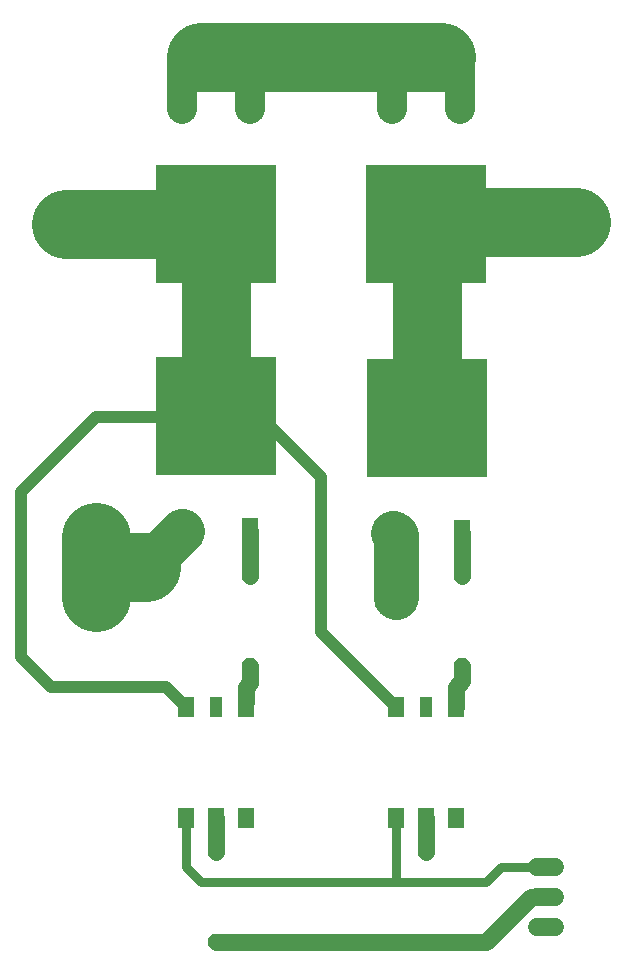
<source format=gbr>
G04 EAGLE Gerber RS-274X export*
G75*
%MOMM*%
%FSLAX34Y34*%
%LPD*%
%INCopper Top*%
%IPPOS*%
%AMOC8*
5,1,8,0,0,1.08239X$1,22.5*%
G01*
%ADD10R,1.320800X2.209800*%
%ADD11R,10.210800X10.007600*%
%ADD12R,1.450000X1.700000*%
%ADD13R,1.018200X1.700000*%
%ADD14C,1.508000*%
%ADD15C,3.810000*%
%ADD16P,1.429621X8X112.500000*%
%ADD17P,1.429621X8X292.500000*%
%ADD18C,2.540000*%
%ADD19C,5.842000*%
%ADD20C,0.152400*%
%ADD21C,1.016000*%
%ADD22C,3.810000*%
%ADD23C,1.397000*%
%ADD24C,0.762000*%


D10*
X282956Y1379093D03*
X225044Y1379093D03*
D11*
X254000Y1281684D03*
D10*
X460756Y1379093D03*
X402844Y1379093D03*
D11*
X431800Y1281684D03*
D12*
X228600Y778500D03*
X254000Y778500D03*
X279400Y778500D03*
X279400Y872500D03*
D13*
X254000Y872500D03*
D12*
X228600Y872500D03*
X406400Y778500D03*
X431800Y778500D03*
X457200Y778500D03*
X457200Y872500D03*
D13*
X431800Y872500D03*
D12*
X406400Y872500D03*
D10*
X225044Y1021207D03*
X282956Y1021207D03*
D11*
X254000Y1118616D03*
D10*
X404114Y1019937D03*
X462026Y1019937D03*
D11*
X433070Y1117346D03*
D14*
X525860Y736600D02*
X540940Y736600D01*
X540940Y711200D02*
X525860Y711200D01*
X525860Y685800D02*
X540940Y685800D01*
D15*
X127000Y1282700D03*
X558800Y1282700D03*
X152400Y1016000D03*
X342900Y1422400D03*
X406400Y965200D03*
X152400Y965200D03*
D16*
X431800Y673100D03*
X431800Y749300D03*
X254000Y673100D03*
X254000Y749300D03*
D17*
X283210Y982980D03*
X283210Y906780D03*
X462280Y982980D03*
X462280Y906780D03*
D18*
X460756Y1379093D02*
X460756Y1422400D01*
X282956Y1422400D02*
X282956Y1379093D01*
X225044Y1379093D02*
X225044Y1422400D01*
D19*
X266700Y1422400D02*
X282956Y1422400D01*
X266700Y1422400D02*
X241300Y1422400D01*
D18*
X225044Y1422400D02*
X266700Y1422400D01*
X444500Y1422400D02*
X460756Y1422400D01*
D19*
X342900Y1422400D02*
X282956Y1422400D01*
X342900Y1422400D02*
X444500Y1422400D01*
D18*
X402844Y1397000D02*
X402844Y1379093D01*
X402844Y1409700D01*
X415544Y1422400D01*
X444500Y1422400D01*
D19*
X433070Y1206500D02*
X433070Y1117346D01*
X495300Y1282700D02*
X558800Y1282700D01*
D20*
X495300Y1282700D02*
X495300Y1270000D01*
D19*
X432816Y1282700D02*
X431800Y1281684D01*
X432816Y1282700D02*
X495300Y1282700D01*
X433070Y1280414D02*
X431800Y1281684D01*
X433070Y1280414D02*
X433070Y1117346D01*
X254000Y1118616D02*
X254000Y1281684D01*
X127000Y1281684D01*
D21*
X342900Y936000D02*
X406400Y872500D01*
X342900Y936000D02*
X342900Y1066800D01*
X291084Y1118616D02*
X254000Y1118616D01*
X291084Y1118616D02*
X342900Y1066800D01*
X212100Y889000D02*
X228600Y872500D01*
X212100Y889000D02*
X114300Y889000D01*
X88900Y914400D01*
X88900Y1054100D01*
X152400Y1117600D01*
X252984Y1117600D02*
X254000Y1118616D01*
X252984Y1117600D02*
X152400Y1117600D01*
D22*
X225044Y1021207D02*
X194437Y990600D01*
X190500Y990600D01*
D19*
X194437Y990600D02*
X152400Y990600D01*
X152400Y965200D01*
X152400Y990600D02*
X152400Y1016000D01*
D23*
X283210Y906780D02*
X283210Y892810D01*
X279400Y889000D01*
X279400Y876300D01*
X462280Y894080D02*
X462280Y906780D01*
X462280Y894080D02*
X457200Y889000D01*
X457200Y872500D01*
X431800Y778500D02*
X431800Y749300D01*
X254000Y749300D02*
X254000Y778500D01*
D24*
X228600Y736600D02*
X241300Y723900D01*
X228600Y736600D02*
X228600Y778500D01*
X495300Y736600D02*
X533400Y736600D01*
X495300Y736600D02*
X482600Y723900D01*
X406400Y723900D01*
X241300Y723900D01*
X406400Y723900D02*
X406400Y778500D01*
D23*
X431800Y673100D02*
X254000Y673100D01*
X431800Y673100D02*
X482600Y673100D01*
X520700Y711200D02*
X533400Y711200D01*
X520700Y711200D02*
X482600Y673100D01*
X283210Y982980D02*
X282956Y983234D01*
X282956Y1021207D01*
X462026Y1019937D02*
X462026Y983234D01*
X462280Y982980D01*
D22*
X406400Y1017651D02*
X404114Y1019937D01*
X406400Y1017651D02*
X406400Y965200D01*
M02*

</source>
